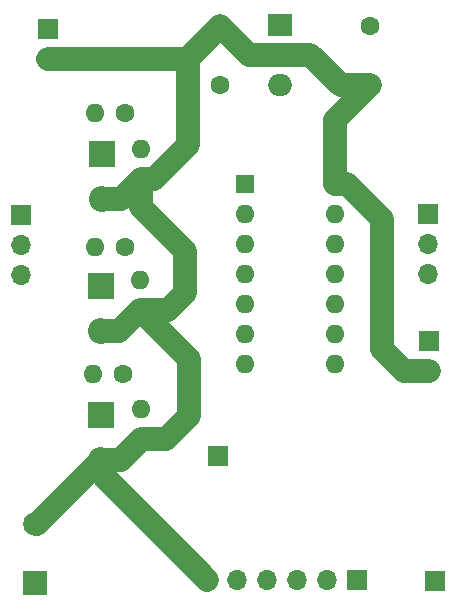
<source format=gtl>
G04 #@! TF.GenerationSoftware,KiCad,Pcbnew,7.0.7*
G04 #@! TF.CreationDate,2023-09-08T10:26:21-07:00*
G04 #@! TF.ProjectId,TailLights,5461696c-4c69-4676-9874-732e6b696361,rev?*
G04 #@! TF.SameCoordinates,Original*
G04 #@! TF.FileFunction,Copper,L1,Top*
G04 #@! TF.FilePolarity,Positive*
%FSLAX46Y46*%
G04 Gerber Fmt 4.6, Leading zero omitted, Abs format (unit mm)*
G04 Created by KiCad (PCBNEW 7.0.7) date 2023-09-08 10:26:21*
%MOMM*%
%LPD*%
G01*
G04 APERTURE LIST*
G04 #@! TA.AperFunction,ComponentPad*
%ADD10C,1.600000*%
G04 #@! TD*
G04 #@! TA.AperFunction,ComponentPad*
%ADD11O,1.600000X1.600000*%
G04 #@! TD*
G04 #@! TA.AperFunction,ComponentPad*
%ADD12R,1.700000X1.700000*%
G04 #@! TD*
G04 #@! TA.AperFunction,ComponentPad*
%ADD13O,1.700000X1.700000*%
G04 #@! TD*
G04 #@! TA.AperFunction,ComponentPad*
%ADD14R,2.000000X2.000000*%
G04 #@! TD*
G04 #@! TA.AperFunction,ComponentPad*
%ADD15C,2.000000*%
G04 #@! TD*
G04 #@! TA.AperFunction,ComponentPad*
%ADD16R,1.600000X1.600000*%
G04 #@! TD*
G04 #@! TA.AperFunction,ComponentPad*
%ADD17R,2.000000X1.905000*%
G04 #@! TD*
G04 #@! TA.AperFunction,ComponentPad*
%ADD18O,2.000000X1.905000*%
G04 #@! TD*
G04 #@! TA.AperFunction,ComponentPad*
%ADD19R,2.200000X2.200000*%
G04 #@! TD*
G04 #@! TA.AperFunction,ComponentPad*
%ADD20O,2.200000X2.200000*%
G04 #@! TD*
G04 #@! TA.AperFunction,Conductor*
%ADD21C,2.000000*%
G04 #@! TD*
G04 #@! TA.AperFunction,Conductor*
%ADD22C,1.000000*%
G04 #@! TD*
G04 APERTURE END LIST*
D10*
X69545200Y-63246000D03*
D11*
X69545200Y-60706000D03*
D10*
X68173600Y-68681601D03*
D11*
X65633600Y-68681601D03*
D12*
X87960600Y-86080200D03*
D13*
X85420600Y-86080200D03*
X82880600Y-86080200D03*
X80340600Y-86080200D03*
X77800600Y-86080200D03*
X75260600Y-86080200D03*
D10*
X68275200Y-57861200D03*
D11*
X65735200Y-57861200D03*
D12*
X94538800Y-86156800D03*
D10*
X69646800Y-52120800D03*
D11*
X69646800Y-49580800D03*
D14*
X60655200Y-86309200D03*
D15*
X60655200Y-81309200D03*
D16*
X78486000Y-52578000D03*
D11*
X78486000Y-55118000D03*
X78486000Y-57658000D03*
X78486000Y-60198000D03*
X78486000Y-62738000D03*
X78486000Y-65278000D03*
X78486000Y-67818000D03*
X86106000Y-67818000D03*
X86106000Y-65278000D03*
X86106000Y-62738000D03*
X86106000Y-60198000D03*
X86106000Y-57658000D03*
X86106000Y-55118000D03*
X86106000Y-52578000D03*
D10*
X76352400Y-44196000D03*
X76352400Y-39196000D03*
D17*
X81432400Y-39116000D03*
D18*
X81432400Y-41656000D03*
X81432400Y-44196000D03*
D10*
X68275200Y-46532800D03*
D11*
X65735200Y-46532800D03*
D12*
X61797800Y-39390000D03*
D13*
X61797800Y-41930000D03*
D19*
X66243200Y-72125218D03*
D20*
X66243200Y-75935218D03*
D12*
X76200000Y-75590400D03*
D10*
X69697600Y-74168001D03*
D11*
X69697600Y-71628001D03*
D19*
X66243200Y-61152417D03*
D20*
X66243200Y-64962417D03*
D12*
X59486800Y-55219600D03*
D13*
X59486800Y-57759600D03*
X59486800Y-60299600D03*
D12*
X94030800Y-65836800D03*
D13*
X94030800Y-68376800D03*
D19*
X66344800Y-50027217D03*
D20*
X66344800Y-53837217D03*
D12*
X93929200Y-55118000D03*
D13*
X93929200Y-57658000D03*
X93929200Y-60198000D03*
D10*
X89052400Y-39196000D03*
X89052400Y-44196000D03*
D21*
X69646800Y-54508400D02*
X73406000Y-58267600D01*
X67828783Y-64962417D02*
X66243200Y-64962417D01*
X69646800Y-52120800D02*
X69646800Y-54508400D01*
X87122000Y-52578000D02*
X90068400Y-55524400D01*
X73710800Y-72237600D02*
X71780399Y-74168001D01*
X70778170Y-52120800D02*
X69646800Y-52120800D01*
X73618400Y-41930000D02*
X73618400Y-49280570D01*
X73406000Y-61772800D02*
X71932800Y-63246000D01*
X83921600Y-41656000D02*
X81432400Y-41656000D01*
X86106000Y-52578000D02*
X87122000Y-52578000D01*
X67930383Y-75935218D02*
X66243200Y-75935218D01*
X90068400Y-55524400D02*
X90068400Y-66548000D01*
X89052400Y-44196000D02*
X86563200Y-44196000D01*
X67930383Y-53837217D02*
X66344800Y-53837217D01*
X60869218Y-81309200D02*
X66243200Y-75935218D01*
X73710800Y-67411600D02*
X73710800Y-72237600D01*
X73406000Y-58267600D02*
X73406000Y-61772800D01*
X86106000Y-47142400D02*
X89052400Y-44196000D01*
X91897200Y-68376800D02*
X94030800Y-68376800D01*
X86563200Y-44196000D02*
X83972400Y-41605200D01*
X86106000Y-52578000D02*
X86106000Y-47142400D01*
X71932800Y-63246000D02*
X69545200Y-63246000D01*
X69697600Y-74168001D02*
X67930383Y-75935218D01*
X66243200Y-75935218D02*
X66243200Y-77062800D01*
D22*
X83972400Y-41605200D02*
X83921600Y-41656000D01*
D21*
X90068400Y-66548000D02*
X91897200Y-68376800D01*
X69646800Y-52120800D02*
X67930383Y-53837217D01*
X81432400Y-41656000D02*
X78812400Y-41656000D01*
X66243200Y-77062800D02*
X75260600Y-86080200D01*
D22*
X60655200Y-81309200D02*
X60869218Y-81309200D01*
D21*
X78812400Y-41656000D02*
X76352400Y-39196000D01*
X69545200Y-63246000D02*
X73710800Y-67411600D01*
X61797800Y-41930000D02*
X73618400Y-41930000D01*
X71780399Y-74168001D02*
X69697600Y-74168001D01*
X69545200Y-63246000D02*
X67828783Y-64962417D01*
X73618400Y-49280570D02*
X70778170Y-52120800D01*
X73618400Y-41930000D02*
X76352400Y-39196000D01*
M02*

</source>
